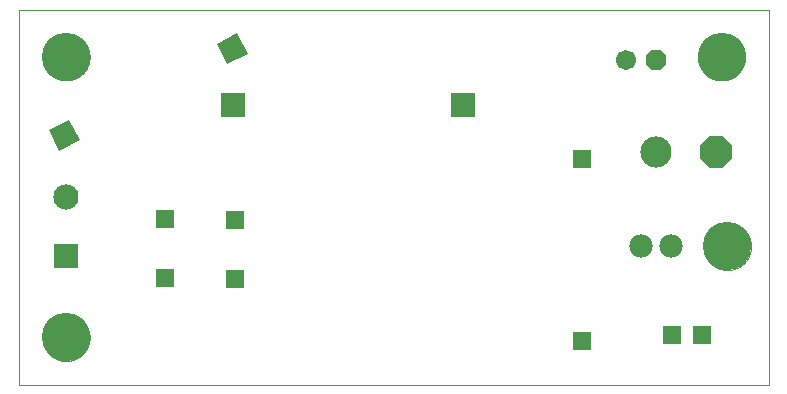
<source format=gbs>
G75*
%MOIN*%
%OFA0B0*%
%FSLAX25Y25*%
%IPPOS*%
%LPD*%
%AMOC8*
5,1,8,0,0,1.08239X$1,22.5*
%
%ADD10C,0.00000*%
%ADD11C,0.16148*%
%ADD12R,0.08400X0.08400*%
%ADD13C,0.08400*%
%ADD14R,0.06337X0.06337*%
%ADD15R,0.07782X0.07782*%
%ADD16R,0.08372X0.08372*%
%ADD17R,0.05943X0.05943*%
%ADD18R,0.06400X0.06400*%
%ADD19C,0.10400*%
%ADD20OC8,0.10400*%
%ADD21OC8,0.06700*%
%ADD22C,0.06700*%
%ADD23C,0.07800*%
D10*
X0002266Y0001000D02*
X0002266Y0126000D01*
X0252266Y0126000D01*
X0252266Y0001000D01*
X0002266Y0001000D01*
X0010140Y0016748D02*
X0010142Y0016941D01*
X0010149Y0017134D01*
X0010161Y0017327D01*
X0010178Y0017520D01*
X0010199Y0017712D01*
X0010225Y0017903D01*
X0010256Y0018094D01*
X0010291Y0018284D01*
X0010331Y0018473D01*
X0010376Y0018661D01*
X0010425Y0018848D01*
X0010479Y0019034D01*
X0010537Y0019218D01*
X0010600Y0019401D01*
X0010668Y0019582D01*
X0010739Y0019761D01*
X0010816Y0019939D01*
X0010896Y0020115D01*
X0010981Y0020288D01*
X0011070Y0020460D01*
X0011163Y0020629D01*
X0011260Y0020796D01*
X0011362Y0020961D01*
X0011467Y0021123D01*
X0011576Y0021282D01*
X0011690Y0021439D01*
X0011807Y0021592D01*
X0011927Y0021743D01*
X0012052Y0021891D01*
X0012180Y0022036D01*
X0012311Y0022177D01*
X0012446Y0022316D01*
X0012585Y0022451D01*
X0012726Y0022582D01*
X0012871Y0022710D01*
X0013019Y0022835D01*
X0013170Y0022955D01*
X0013323Y0023072D01*
X0013480Y0023186D01*
X0013639Y0023295D01*
X0013801Y0023400D01*
X0013966Y0023502D01*
X0014133Y0023599D01*
X0014302Y0023692D01*
X0014474Y0023781D01*
X0014647Y0023866D01*
X0014823Y0023946D01*
X0015001Y0024023D01*
X0015180Y0024094D01*
X0015361Y0024162D01*
X0015544Y0024225D01*
X0015728Y0024283D01*
X0015914Y0024337D01*
X0016101Y0024386D01*
X0016289Y0024431D01*
X0016478Y0024471D01*
X0016668Y0024506D01*
X0016859Y0024537D01*
X0017050Y0024563D01*
X0017242Y0024584D01*
X0017435Y0024601D01*
X0017628Y0024613D01*
X0017821Y0024620D01*
X0018014Y0024622D01*
X0018207Y0024620D01*
X0018400Y0024613D01*
X0018593Y0024601D01*
X0018786Y0024584D01*
X0018978Y0024563D01*
X0019169Y0024537D01*
X0019360Y0024506D01*
X0019550Y0024471D01*
X0019739Y0024431D01*
X0019927Y0024386D01*
X0020114Y0024337D01*
X0020300Y0024283D01*
X0020484Y0024225D01*
X0020667Y0024162D01*
X0020848Y0024094D01*
X0021027Y0024023D01*
X0021205Y0023946D01*
X0021381Y0023866D01*
X0021554Y0023781D01*
X0021726Y0023692D01*
X0021895Y0023599D01*
X0022062Y0023502D01*
X0022227Y0023400D01*
X0022389Y0023295D01*
X0022548Y0023186D01*
X0022705Y0023072D01*
X0022858Y0022955D01*
X0023009Y0022835D01*
X0023157Y0022710D01*
X0023302Y0022582D01*
X0023443Y0022451D01*
X0023582Y0022316D01*
X0023717Y0022177D01*
X0023848Y0022036D01*
X0023976Y0021891D01*
X0024101Y0021743D01*
X0024221Y0021592D01*
X0024338Y0021439D01*
X0024452Y0021282D01*
X0024561Y0021123D01*
X0024666Y0020961D01*
X0024768Y0020796D01*
X0024865Y0020629D01*
X0024958Y0020460D01*
X0025047Y0020288D01*
X0025132Y0020115D01*
X0025212Y0019939D01*
X0025289Y0019761D01*
X0025360Y0019582D01*
X0025428Y0019401D01*
X0025491Y0019218D01*
X0025549Y0019034D01*
X0025603Y0018848D01*
X0025652Y0018661D01*
X0025697Y0018473D01*
X0025737Y0018284D01*
X0025772Y0018094D01*
X0025803Y0017903D01*
X0025829Y0017712D01*
X0025850Y0017520D01*
X0025867Y0017327D01*
X0025879Y0017134D01*
X0025886Y0016941D01*
X0025888Y0016748D01*
X0025886Y0016555D01*
X0025879Y0016362D01*
X0025867Y0016169D01*
X0025850Y0015976D01*
X0025829Y0015784D01*
X0025803Y0015593D01*
X0025772Y0015402D01*
X0025737Y0015212D01*
X0025697Y0015023D01*
X0025652Y0014835D01*
X0025603Y0014648D01*
X0025549Y0014462D01*
X0025491Y0014278D01*
X0025428Y0014095D01*
X0025360Y0013914D01*
X0025289Y0013735D01*
X0025212Y0013557D01*
X0025132Y0013381D01*
X0025047Y0013208D01*
X0024958Y0013036D01*
X0024865Y0012867D01*
X0024768Y0012700D01*
X0024666Y0012535D01*
X0024561Y0012373D01*
X0024452Y0012214D01*
X0024338Y0012057D01*
X0024221Y0011904D01*
X0024101Y0011753D01*
X0023976Y0011605D01*
X0023848Y0011460D01*
X0023717Y0011319D01*
X0023582Y0011180D01*
X0023443Y0011045D01*
X0023302Y0010914D01*
X0023157Y0010786D01*
X0023009Y0010661D01*
X0022858Y0010541D01*
X0022705Y0010424D01*
X0022548Y0010310D01*
X0022389Y0010201D01*
X0022227Y0010096D01*
X0022062Y0009994D01*
X0021895Y0009897D01*
X0021726Y0009804D01*
X0021554Y0009715D01*
X0021381Y0009630D01*
X0021205Y0009550D01*
X0021027Y0009473D01*
X0020848Y0009402D01*
X0020667Y0009334D01*
X0020484Y0009271D01*
X0020300Y0009213D01*
X0020114Y0009159D01*
X0019927Y0009110D01*
X0019739Y0009065D01*
X0019550Y0009025D01*
X0019360Y0008990D01*
X0019169Y0008959D01*
X0018978Y0008933D01*
X0018786Y0008912D01*
X0018593Y0008895D01*
X0018400Y0008883D01*
X0018207Y0008876D01*
X0018014Y0008874D01*
X0017821Y0008876D01*
X0017628Y0008883D01*
X0017435Y0008895D01*
X0017242Y0008912D01*
X0017050Y0008933D01*
X0016859Y0008959D01*
X0016668Y0008990D01*
X0016478Y0009025D01*
X0016289Y0009065D01*
X0016101Y0009110D01*
X0015914Y0009159D01*
X0015728Y0009213D01*
X0015544Y0009271D01*
X0015361Y0009334D01*
X0015180Y0009402D01*
X0015001Y0009473D01*
X0014823Y0009550D01*
X0014647Y0009630D01*
X0014474Y0009715D01*
X0014302Y0009804D01*
X0014133Y0009897D01*
X0013966Y0009994D01*
X0013801Y0010096D01*
X0013639Y0010201D01*
X0013480Y0010310D01*
X0013323Y0010424D01*
X0013170Y0010541D01*
X0013019Y0010661D01*
X0012871Y0010786D01*
X0012726Y0010914D01*
X0012585Y0011045D01*
X0012446Y0011180D01*
X0012311Y0011319D01*
X0012180Y0011460D01*
X0012052Y0011605D01*
X0011927Y0011753D01*
X0011807Y0011904D01*
X0011690Y0012057D01*
X0011576Y0012214D01*
X0011467Y0012373D01*
X0011362Y0012535D01*
X0011260Y0012700D01*
X0011163Y0012867D01*
X0011070Y0013036D01*
X0010981Y0013208D01*
X0010896Y0013381D01*
X0010816Y0013557D01*
X0010739Y0013735D01*
X0010668Y0013914D01*
X0010600Y0014095D01*
X0010537Y0014278D01*
X0010479Y0014462D01*
X0010425Y0014648D01*
X0010376Y0014835D01*
X0010331Y0015023D01*
X0010291Y0015212D01*
X0010256Y0015402D01*
X0010225Y0015593D01*
X0010199Y0015784D01*
X0010178Y0015976D01*
X0010161Y0016169D01*
X0010149Y0016362D01*
X0010142Y0016555D01*
X0010140Y0016748D01*
X0010140Y0110252D02*
X0010142Y0110445D01*
X0010149Y0110638D01*
X0010161Y0110831D01*
X0010178Y0111024D01*
X0010199Y0111216D01*
X0010225Y0111407D01*
X0010256Y0111598D01*
X0010291Y0111788D01*
X0010331Y0111977D01*
X0010376Y0112165D01*
X0010425Y0112352D01*
X0010479Y0112538D01*
X0010537Y0112722D01*
X0010600Y0112905D01*
X0010668Y0113086D01*
X0010739Y0113265D01*
X0010816Y0113443D01*
X0010896Y0113619D01*
X0010981Y0113792D01*
X0011070Y0113964D01*
X0011163Y0114133D01*
X0011260Y0114300D01*
X0011362Y0114465D01*
X0011467Y0114627D01*
X0011576Y0114786D01*
X0011690Y0114943D01*
X0011807Y0115096D01*
X0011927Y0115247D01*
X0012052Y0115395D01*
X0012180Y0115540D01*
X0012311Y0115681D01*
X0012446Y0115820D01*
X0012585Y0115955D01*
X0012726Y0116086D01*
X0012871Y0116214D01*
X0013019Y0116339D01*
X0013170Y0116459D01*
X0013323Y0116576D01*
X0013480Y0116690D01*
X0013639Y0116799D01*
X0013801Y0116904D01*
X0013966Y0117006D01*
X0014133Y0117103D01*
X0014302Y0117196D01*
X0014474Y0117285D01*
X0014647Y0117370D01*
X0014823Y0117450D01*
X0015001Y0117527D01*
X0015180Y0117598D01*
X0015361Y0117666D01*
X0015544Y0117729D01*
X0015728Y0117787D01*
X0015914Y0117841D01*
X0016101Y0117890D01*
X0016289Y0117935D01*
X0016478Y0117975D01*
X0016668Y0118010D01*
X0016859Y0118041D01*
X0017050Y0118067D01*
X0017242Y0118088D01*
X0017435Y0118105D01*
X0017628Y0118117D01*
X0017821Y0118124D01*
X0018014Y0118126D01*
X0018207Y0118124D01*
X0018400Y0118117D01*
X0018593Y0118105D01*
X0018786Y0118088D01*
X0018978Y0118067D01*
X0019169Y0118041D01*
X0019360Y0118010D01*
X0019550Y0117975D01*
X0019739Y0117935D01*
X0019927Y0117890D01*
X0020114Y0117841D01*
X0020300Y0117787D01*
X0020484Y0117729D01*
X0020667Y0117666D01*
X0020848Y0117598D01*
X0021027Y0117527D01*
X0021205Y0117450D01*
X0021381Y0117370D01*
X0021554Y0117285D01*
X0021726Y0117196D01*
X0021895Y0117103D01*
X0022062Y0117006D01*
X0022227Y0116904D01*
X0022389Y0116799D01*
X0022548Y0116690D01*
X0022705Y0116576D01*
X0022858Y0116459D01*
X0023009Y0116339D01*
X0023157Y0116214D01*
X0023302Y0116086D01*
X0023443Y0115955D01*
X0023582Y0115820D01*
X0023717Y0115681D01*
X0023848Y0115540D01*
X0023976Y0115395D01*
X0024101Y0115247D01*
X0024221Y0115096D01*
X0024338Y0114943D01*
X0024452Y0114786D01*
X0024561Y0114627D01*
X0024666Y0114465D01*
X0024768Y0114300D01*
X0024865Y0114133D01*
X0024958Y0113964D01*
X0025047Y0113792D01*
X0025132Y0113619D01*
X0025212Y0113443D01*
X0025289Y0113265D01*
X0025360Y0113086D01*
X0025428Y0112905D01*
X0025491Y0112722D01*
X0025549Y0112538D01*
X0025603Y0112352D01*
X0025652Y0112165D01*
X0025697Y0111977D01*
X0025737Y0111788D01*
X0025772Y0111598D01*
X0025803Y0111407D01*
X0025829Y0111216D01*
X0025850Y0111024D01*
X0025867Y0110831D01*
X0025879Y0110638D01*
X0025886Y0110445D01*
X0025888Y0110252D01*
X0025886Y0110059D01*
X0025879Y0109866D01*
X0025867Y0109673D01*
X0025850Y0109480D01*
X0025829Y0109288D01*
X0025803Y0109097D01*
X0025772Y0108906D01*
X0025737Y0108716D01*
X0025697Y0108527D01*
X0025652Y0108339D01*
X0025603Y0108152D01*
X0025549Y0107966D01*
X0025491Y0107782D01*
X0025428Y0107599D01*
X0025360Y0107418D01*
X0025289Y0107239D01*
X0025212Y0107061D01*
X0025132Y0106885D01*
X0025047Y0106712D01*
X0024958Y0106540D01*
X0024865Y0106371D01*
X0024768Y0106204D01*
X0024666Y0106039D01*
X0024561Y0105877D01*
X0024452Y0105718D01*
X0024338Y0105561D01*
X0024221Y0105408D01*
X0024101Y0105257D01*
X0023976Y0105109D01*
X0023848Y0104964D01*
X0023717Y0104823D01*
X0023582Y0104684D01*
X0023443Y0104549D01*
X0023302Y0104418D01*
X0023157Y0104290D01*
X0023009Y0104165D01*
X0022858Y0104045D01*
X0022705Y0103928D01*
X0022548Y0103814D01*
X0022389Y0103705D01*
X0022227Y0103600D01*
X0022062Y0103498D01*
X0021895Y0103401D01*
X0021726Y0103308D01*
X0021554Y0103219D01*
X0021381Y0103134D01*
X0021205Y0103054D01*
X0021027Y0102977D01*
X0020848Y0102906D01*
X0020667Y0102838D01*
X0020484Y0102775D01*
X0020300Y0102717D01*
X0020114Y0102663D01*
X0019927Y0102614D01*
X0019739Y0102569D01*
X0019550Y0102529D01*
X0019360Y0102494D01*
X0019169Y0102463D01*
X0018978Y0102437D01*
X0018786Y0102416D01*
X0018593Y0102399D01*
X0018400Y0102387D01*
X0018207Y0102380D01*
X0018014Y0102378D01*
X0017821Y0102380D01*
X0017628Y0102387D01*
X0017435Y0102399D01*
X0017242Y0102416D01*
X0017050Y0102437D01*
X0016859Y0102463D01*
X0016668Y0102494D01*
X0016478Y0102529D01*
X0016289Y0102569D01*
X0016101Y0102614D01*
X0015914Y0102663D01*
X0015728Y0102717D01*
X0015544Y0102775D01*
X0015361Y0102838D01*
X0015180Y0102906D01*
X0015001Y0102977D01*
X0014823Y0103054D01*
X0014647Y0103134D01*
X0014474Y0103219D01*
X0014302Y0103308D01*
X0014133Y0103401D01*
X0013966Y0103498D01*
X0013801Y0103600D01*
X0013639Y0103705D01*
X0013480Y0103814D01*
X0013323Y0103928D01*
X0013170Y0104045D01*
X0013019Y0104165D01*
X0012871Y0104290D01*
X0012726Y0104418D01*
X0012585Y0104549D01*
X0012446Y0104684D01*
X0012311Y0104823D01*
X0012180Y0104964D01*
X0012052Y0105109D01*
X0011927Y0105257D01*
X0011807Y0105408D01*
X0011690Y0105561D01*
X0011576Y0105718D01*
X0011467Y0105877D01*
X0011362Y0106039D01*
X0011260Y0106204D01*
X0011163Y0106371D01*
X0011070Y0106540D01*
X0010981Y0106712D01*
X0010896Y0106885D01*
X0010816Y0107061D01*
X0010739Y0107239D01*
X0010668Y0107418D01*
X0010600Y0107599D01*
X0010537Y0107782D01*
X0010479Y0107966D01*
X0010425Y0108152D01*
X0010376Y0108339D01*
X0010331Y0108527D01*
X0010291Y0108716D01*
X0010256Y0108906D01*
X0010225Y0109097D01*
X0010199Y0109288D01*
X0010178Y0109480D01*
X0010161Y0109673D01*
X0010149Y0109866D01*
X0010142Y0110059D01*
X0010140Y0110252D01*
X0228644Y0110252D02*
X0228646Y0110445D01*
X0228653Y0110638D01*
X0228665Y0110831D01*
X0228682Y0111024D01*
X0228703Y0111216D01*
X0228729Y0111407D01*
X0228760Y0111598D01*
X0228795Y0111788D01*
X0228835Y0111977D01*
X0228880Y0112165D01*
X0228929Y0112352D01*
X0228983Y0112538D01*
X0229041Y0112722D01*
X0229104Y0112905D01*
X0229172Y0113086D01*
X0229243Y0113265D01*
X0229320Y0113443D01*
X0229400Y0113619D01*
X0229485Y0113792D01*
X0229574Y0113964D01*
X0229667Y0114133D01*
X0229764Y0114300D01*
X0229866Y0114465D01*
X0229971Y0114627D01*
X0230080Y0114786D01*
X0230194Y0114943D01*
X0230311Y0115096D01*
X0230431Y0115247D01*
X0230556Y0115395D01*
X0230684Y0115540D01*
X0230815Y0115681D01*
X0230950Y0115820D01*
X0231089Y0115955D01*
X0231230Y0116086D01*
X0231375Y0116214D01*
X0231523Y0116339D01*
X0231674Y0116459D01*
X0231827Y0116576D01*
X0231984Y0116690D01*
X0232143Y0116799D01*
X0232305Y0116904D01*
X0232470Y0117006D01*
X0232637Y0117103D01*
X0232806Y0117196D01*
X0232978Y0117285D01*
X0233151Y0117370D01*
X0233327Y0117450D01*
X0233505Y0117527D01*
X0233684Y0117598D01*
X0233865Y0117666D01*
X0234048Y0117729D01*
X0234232Y0117787D01*
X0234418Y0117841D01*
X0234605Y0117890D01*
X0234793Y0117935D01*
X0234982Y0117975D01*
X0235172Y0118010D01*
X0235363Y0118041D01*
X0235554Y0118067D01*
X0235746Y0118088D01*
X0235939Y0118105D01*
X0236132Y0118117D01*
X0236325Y0118124D01*
X0236518Y0118126D01*
X0236711Y0118124D01*
X0236904Y0118117D01*
X0237097Y0118105D01*
X0237290Y0118088D01*
X0237482Y0118067D01*
X0237673Y0118041D01*
X0237864Y0118010D01*
X0238054Y0117975D01*
X0238243Y0117935D01*
X0238431Y0117890D01*
X0238618Y0117841D01*
X0238804Y0117787D01*
X0238988Y0117729D01*
X0239171Y0117666D01*
X0239352Y0117598D01*
X0239531Y0117527D01*
X0239709Y0117450D01*
X0239885Y0117370D01*
X0240058Y0117285D01*
X0240230Y0117196D01*
X0240399Y0117103D01*
X0240566Y0117006D01*
X0240731Y0116904D01*
X0240893Y0116799D01*
X0241052Y0116690D01*
X0241209Y0116576D01*
X0241362Y0116459D01*
X0241513Y0116339D01*
X0241661Y0116214D01*
X0241806Y0116086D01*
X0241947Y0115955D01*
X0242086Y0115820D01*
X0242221Y0115681D01*
X0242352Y0115540D01*
X0242480Y0115395D01*
X0242605Y0115247D01*
X0242725Y0115096D01*
X0242842Y0114943D01*
X0242956Y0114786D01*
X0243065Y0114627D01*
X0243170Y0114465D01*
X0243272Y0114300D01*
X0243369Y0114133D01*
X0243462Y0113964D01*
X0243551Y0113792D01*
X0243636Y0113619D01*
X0243716Y0113443D01*
X0243793Y0113265D01*
X0243864Y0113086D01*
X0243932Y0112905D01*
X0243995Y0112722D01*
X0244053Y0112538D01*
X0244107Y0112352D01*
X0244156Y0112165D01*
X0244201Y0111977D01*
X0244241Y0111788D01*
X0244276Y0111598D01*
X0244307Y0111407D01*
X0244333Y0111216D01*
X0244354Y0111024D01*
X0244371Y0110831D01*
X0244383Y0110638D01*
X0244390Y0110445D01*
X0244392Y0110252D01*
X0244390Y0110059D01*
X0244383Y0109866D01*
X0244371Y0109673D01*
X0244354Y0109480D01*
X0244333Y0109288D01*
X0244307Y0109097D01*
X0244276Y0108906D01*
X0244241Y0108716D01*
X0244201Y0108527D01*
X0244156Y0108339D01*
X0244107Y0108152D01*
X0244053Y0107966D01*
X0243995Y0107782D01*
X0243932Y0107599D01*
X0243864Y0107418D01*
X0243793Y0107239D01*
X0243716Y0107061D01*
X0243636Y0106885D01*
X0243551Y0106712D01*
X0243462Y0106540D01*
X0243369Y0106371D01*
X0243272Y0106204D01*
X0243170Y0106039D01*
X0243065Y0105877D01*
X0242956Y0105718D01*
X0242842Y0105561D01*
X0242725Y0105408D01*
X0242605Y0105257D01*
X0242480Y0105109D01*
X0242352Y0104964D01*
X0242221Y0104823D01*
X0242086Y0104684D01*
X0241947Y0104549D01*
X0241806Y0104418D01*
X0241661Y0104290D01*
X0241513Y0104165D01*
X0241362Y0104045D01*
X0241209Y0103928D01*
X0241052Y0103814D01*
X0240893Y0103705D01*
X0240731Y0103600D01*
X0240566Y0103498D01*
X0240399Y0103401D01*
X0240230Y0103308D01*
X0240058Y0103219D01*
X0239885Y0103134D01*
X0239709Y0103054D01*
X0239531Y0102977D01*
X0239352Y0102906D01*
X0239171Y0102838D01*
X0238988Y0102775D01*
X0238804Y0102717D01*
X0238618Y0102663D01*
X0238431Y0102614D01*
X0238243Y0102569D01*
X0238054Y0102529D01*
X0237864Y0102494D01*
X0237673Y0102463D01*
X0237482Y0102437D01*
X0237290Y0102416D01*
X0237097Y0102399D01*
X0236904Y0102387D01*
X0236711Y0102380D01*
X0236518Y0102378D01*
X0236325Y0102380D01*
X0236132Y0102387D01*
X0235939Y0102399D01*
X0235746Y0102416D01*
X0235554Y0102437D01*
X0235363Y0102463D01*
X0235172Y0102494D01*
X0234982Y0102529D01*
X0234793Y0102569D01*
X0234605Y0102614D01*
X0234418Y0102663D01*
X0234232Y0102717D01*
X0234048Y0102775D01*
X0233865Y0102838D01*
X0233684Y0102906D01*
X0233505Y0102977D01*
X0233327Y0103054D01*
X0233151Y0103134D01*
X0232978Y0103219D01*
X0232806Y0103308D01*
X0232637Y0103401D01*
X0232470Y0103498D01*
X0232305Y0103600D01*
X0232143Y0103705D01*
X0231984Y0103814D01*
X0231827Y0103928D01*
X0231674Y0104045D01*
X0231523Y0104165D01*
X0231375Y0104290D01*
X0231230Y0104418D01*
X0231089Y0104549D01*
X0230950Y0104684D01*
X0230815Y0104823D01*
X0230684Y0104964D01*
X0230556Y0105109D01*
X0230431Y0105257D01*
X0230311Y0105408D01*
X0230194Y0105561D01*
X0230080Y0105718D01*
X0229971Y0105877D01*
X0229866Y0106039D01*
X0229764Y0106204D01*
X0229667Y0106371D01*
X0229574Y0106540D01*
X0229485Y0106712D01*
X0229400Y0106885D01*
X0229320Y0107061D01*
X0229243Y0107239D01*
X0229172Y0107418D01*
X0229104Y0107599D01*
X0229041Y0107782D01*
X0228983Y0107966D01*
X0228929Y0108152D01*
X0228880Y0108339D01*
X0228835Y0108527D01*
X0228795Y0108716D01*
X0228760Y0108906D01*
X0228729Y0109097D01*
X0228703Y0109288D01*
X0228682Y0109480D01*
X0228665Y0109673D01*
X0228653Y0109866D01*
X0228646Y0110059D01*
X0228644Y0110252D01*
X0230613Y0047063D02*
X0230615Y0047256D01*
X0230622Y0047449D01*
X0230634Y0047642D01*
X0230651Y0047835D01*
X0230672Y0048027D01*
X0230698Y0048218D01*
X0230729Y0048409D01*
X0230764Y0048599D01*
X0230804Y0048788D01*
X0230849Y0048976D01*
X0230898Y0049163D01*
X0230952Y0049349D01*
X0231010Y0049533D01*
X0231073Y0049716D01*
X0231141Y0049897D01*
X0231212Y0050076D01*
X0231289Y0050254D01*
X0231369Y0050430D01*
X0231454Y0050603D01*
X0231543Y0050775D01*
X0231636Y0050944D01*
X0231733Y0051111D01*
X0231835Y0051276D01*
X0231940Y0051438D01*
X0232049Y0051597D01*
X0232163Y0051754D01*
X0232280Y0051907D01*
X0232400Y0052058D01*
X0232525Y0052206D01*
X0232653Y0052351D01*
X0232784Y0052492D01*
X0232919Y0052631D01*
X0233058Y0052766D01*
X0233199Y0052897D01*
X0233344Y0053025D01*
X0233492Y0053150D01*
X0233643Y0053270D01*
X0233796Y0053387D01*
X0233953Y0053501D01*
X0234112Y0053610D01*
X0234274Y0053715D01*
X0234439Y0053817D01*
X0234606Y0053914D01*
X0234775Y0054007D01*
X0234947Y0054096D01*
X0235120Y0054181D01*
X0235296Y0054261D01*
X0235474Y0054338D01*
X0235653Y0054409D01*
X0235834Y0054477D01*
X0236017Y0054540D01*
X0236201Y0054598D01*
X0236387Y0054652D01*
X0236574Y0054701D01*
X0236762Y0054746D01*
X0236951Y0054786D01*
X0237141Y0054821D01*
X0237332Y0054852D01*
X0237523Y0054878D01*
X0237715Y0054899D01*
X0237908Y0054916D01*
X0238101Y0054928D01*
X0238294Y0054935D01*
X0238487Y0054937D01*
X0238680Y0054935D01*
X0238873Y0054928D01*
X0239066Y0054916D01*
X0239259Y0054899D01*
X0239451Y0054878D01*
X0239642Y0054852D01*
X0239833Y0054821D01*
X0240023Y0054786D01*
X0240212Y0054746D01*
X0240400Y0054701D01*
X0240587Y0054652D01*
X0240773Y0054598D01*
X0240957Y0054540D01*
X0241140Y0054477D01*
X0241321Y0054409D01*
X0241500Y0054338D01*
X0241678Y0054261D01*
X0241854Y0054181D01*
X0242027Y0054096D01*
X0242199Y0054007D01*
X0242368Y0053914D01*
X0242535Y0053817D01*
X0242700Y0053715D01*
X0242862Y0053610D01*
X0243021Y0053501D01*
X0243178Y0053387D01*
X0243331Y0053270D01*
X0243482Y0053150D01*
X0243630Y0053025D01*
X0243775Y0052897D01*
X0243916Y0052766D01*
X0244055Y0052631D01*
X0244190Y0052492D01*
X0244321Y0052351D01*
X0244449Y0052206D01*
X0244574Y0052058D01*
X0244694Y0051907D01*
X0244811Y0051754D01*
X0244925Y0051597D01*
X0245034Y0051438D01*
X0245139Y0051276D01*
X0245241Y0051111D01*
X0245338Y0050944D01*
X0245431Y0050775D01*
X0245520Y0050603D01*
X0245605Y0050430D01*
X0245685Y0050254D01*
X0245762Y0050076D01*
X0245833Y0049897D01*
X0245901Y0049716D01*
X0245964Y0049533D01*
X0246022Y0049349D01*
X0246076Y0049163D01*
X0246125Y0048976D01*
X0246170Y0048788D01*
X0246210Y0048599D01*
X0246245Y0048409D01*
X0246276Y0048218D01*
X0246302Y0048027D01*
X0246323Y0047835D01*
X0246340Y0047642D01*
X0246352Y0047449D01*
X0246359Y0047256D01*
X0246361Y0047063D01*
X0246359Y0046870D01*
X0246352Y0046677D01*
X0246340Y0046484D01*
X0246323Y0046291D01*
X0246302Y0046099D01*
X0246276Y0045908D01*
X0246245Y0045717D01*
X0246210Y0045527D01*
X0246170Y0045338D01*
X0246125Y0045150D01*
X0246076Y0044963D01*
X0246022Y0044777D01*
X0245964Y0044593D01*
X0245901Y0044410D01*
X0245833Y0044229D01*
X0245762Y0044050D01*
X0245685Y0043872D01*
X0245605Y0043696D01*
X0245520Y0043523D01*
X0245431Y0043351D01*
X0245338Y0043182D01*
X0245241Y0043015D01*
X0245139Y0042850D01*
X0245034Y0042688D01*
X0244925Y0042529D01*
X0244811Y0042372D01*
X0244694Y0042219D01*
X0244574Y0042068D01*
X0244449Y0041920D01*
X0244321Y0041775D01*
X0244190Y0041634D01*
X0244055Y0041495D01*
X0243916Y0041360D01*
X0243775Y0041229D01*
X0243630Y0041101D01*
X0243482Y0040976D01*
X0243331Y0040856D01*
X0243178Y0040739D01*
X0243021Y0040625D01*
X0242862Y0040516D01*
X0242700Y0040411D01*
X0242535Y0040309D01*
X0242368Y0040212D01*
X0242199Y0040119D01*
X0242027Y0040030D01*
X0241854Y0039945D01*
X0241678Y0039865D01*
X0241500Y0039788D01*
X0241321Y0039717D01*
X0241140Y0039649D01*
X0240957Y0039586D01*
X0240773Y0039528D01*
X0240587Y0039474D01*
X0240400Y0039425D01*
X0240212Y0039380D01*
X0240023Y0039340D01*
X0239833Y0039305D01*
X0239642Y0039274D01*
X0239451Y0039248D01*
X0239259Y0039227D01*
X0239066Y0039210D01*
X0238873Y0039198D01*
X0238680Y0039191D01*
X0238487Y0039189D01*
X0238294Y0039191D01*
X0238101Y0039198D01*
X0237908Y0039210D01*
X0237715Y0039227D01*
X0237523Y0039248D01*
X0237332Y0039274D01*
X0237141Y0039305D01*
X0236951Y0039340D01*
X0236762Y0039380D01*
X0236574Y0039425D01*
X0236387Y0039474D01*
X0236201Y0039528D01*
X0236017Y0039586D01*
X0235834Y0039649D01*
X0235653Y0039717D01*
X0235474Y0039788D01*
X0235296Y0039865D01*
X0235120Y0039945D01*
X0234947Y0040030D01*
X0234775Y0040119D01*
X0234606Y0040212D01*
X0234439Y0040309D01*
X0234274Y0040411D01*
X0234112Y0040516D01*
X0233953Y0040625D01*
X0233796Y0040739D01*
X0233643Y0040856D01*
X0233492Y0040976D01*
X0233344Y0041101D01*
X0233199Y0041229D01*
X0233058Y0041360D01*
X0232919Y0041495D01*
X0232784Y0041634D01*
X0232653Y0041775D01*
X0232525Y0041920D01*
X0232400Y0042068D01*
X0232280Y0042219D01*
X0232163Y0042372D01*
X0232049Y0042529D01*
X0231940Y0042688D01*
X0231835Y0042850D01*
X0231733Y0043015D01*
X0231636Y0043182D01*
X0231543Y0043351D01*
X0231454Y0043523D01*
X0231369Y0043696D01*
X0231289Y0043872D01*
X0231212Y0044050D01*
X0231141Y0044229D01*
X0231073Y0044410D01*
X0231010Y0044593D01*
X0230952Y0044777D01*
X0230898Y0044963D01*
X0230849Y0045150D01*
X0230804Y0045338D01*
X0230764Y0045527D01*
X0230729Y0045717D01*
X0230698Y0045908D01*
X0230672Y0046099D01*
X0230651Y0046291D01*
X0230634Y0046484D01*
X0230622Y0046677D01*
X0230615Y0046870D01*
X0230613Y0047063D01*
D11*
X0238487Y0047063D03*
X0236518Y0110252D03*
X0018014Y0110252D03*
X0018014Y0016748D03*
D12*
X0017935Y0043756D03*
D13*
X0017935Y0063441D03*
D14*
X0074392Y0055843D03*
X0074392Y0036157D03*
X0190140Y0015685D03*
X0190140Y0076315D03*
D15*
G36*
X0068235Y0114636D02*
X0075150Y0118205D01*
X0078719Y0111290D01*
X0071804Y0107721D01*
X0068235Y0114636D01*
G37*
G36*
X0012259Y0085744D02*
X0019174Y0089313D01*
X0022743Y0082398D01*
X0015828Y0078829D01*
X0012259Y0085744D01*
G37*
D16*
X0073644Y0094071D03*
X0150416Y0094071D03*
D17*
X0051124Y0056157D03*
X0051124Y0036472D03*
D18*
X0219865Y0017496D03*
X0229865Y0017496D03*
D19*
X0214707Y0078559D03*
D20*
X0234707Y0078559D03*
D21*
X0214746Y0109268D03*
D22*
X0204746Y0109268D03*
D23*
X0209589Y0047063D03*
X0219589Y0047063D03*
M02*

</source>
